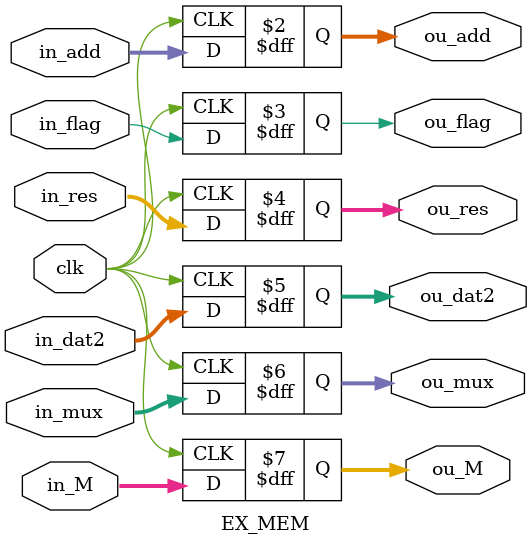
<source format=v>

`timescale 1ns/1ns

module EX_MEM(
    input clk,
    input [2:0]in_M,
    input [31:0]in_add,
    input in_flag,
    input [31:0]in_res,
    input [31:0]in_dat2,
    input [4:0]in_mux,
    output reg[31:0]ou_add,
    output reg ou_flag,
    output reg[31:0]ou_res,
    output reg[31:0]ou_dat2,
    output reg[4:0]ou_mux,
    output reg [2:0]ou_M
);

always @(posedge clk) begin
    ou_add = in_add;
    ou_flag = in_flag;
    ou_res = in_res;
    ou_dat2 = in_dat2;
    ou_mux = in_mux;
    ou_M = in_M;
end

endmodule
</source>
